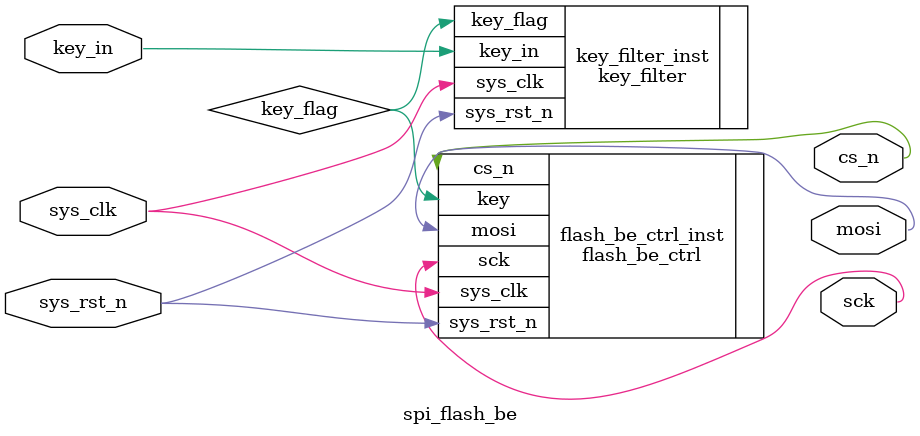
<source format=v>
module spi_flash_be (
    input   wire        sys_clk     ,
    input   wire        sys_rst_n   ,
    input   wire        key_in      ,
    
    output  wire        cs_n        ,
    output  wire        sck         ,
    output  wire        mosi
);
//parameter define

//wire define
wire key_flag ;
//reg define

//instance define
key_filter  key_filter_inst (
    .sys_clk(sys_clk),
    .sys_rst_n(sys_rst_n),
    .key_in(key_in),
    .key_flag(key_flag)
  );

flash_be_ctrl  flash_be_ctrl_inst (
    .sys_clk(sys_clk),
    .sys_rst_n(sys_rst_n),
    .key(key_flag),
    .sck(sck),
    .cs_n(cs_n),
    .mosi(mosi)
);


endmodule
</source>
